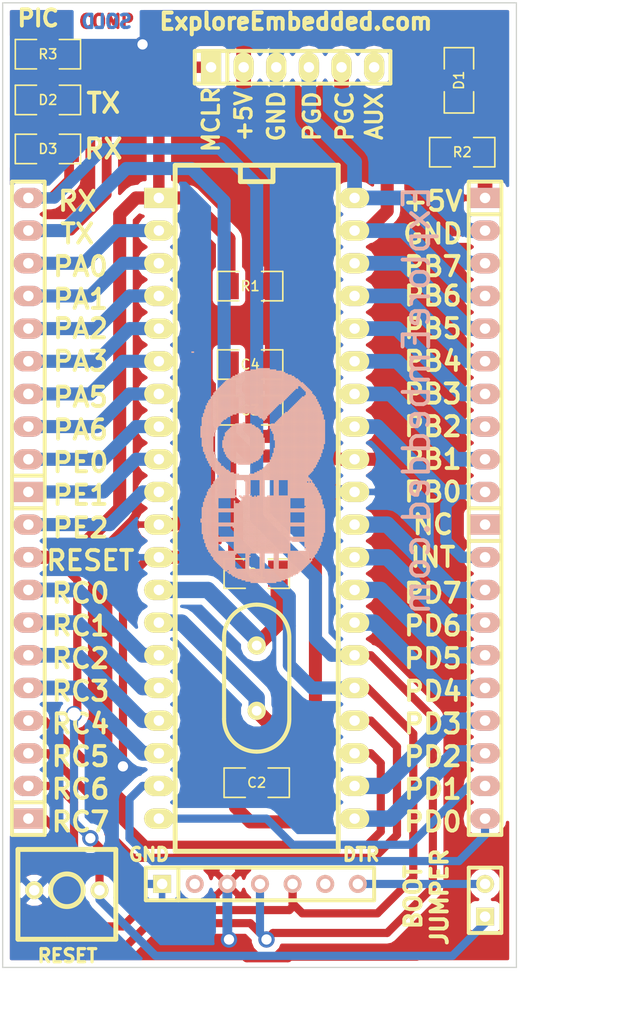
<source format=kicad_pcb>
(kicad_pcb (version 4) (host pcbnew "(2015-01-16 BZR 5376)-product")
  (layers (0 F.Cu signal) (31 B.Cu signal) (34 B.Paste user) (35 F.Paste user) (36 B.SilkS user) (37 F.SilkS user) (38 B.Mask user) (39 F.Mask user) (44 Edge.Cuts user))
  (net 0 "")
  (net 1 /+5V)
  (net 2 /D6/PGC)
  (net 3 /D7/PGD)
  (net 4 /INT)
  (net 5 /MCLR)
  (net 6 /PE2)
  (net 7 /RX)
  (net 8 /TX)
  (net 9 GND)
  (net 10 N-000001)
  (net 11 N-0000010)
  (net 12 N-0000011)
  (net 13 N-0000012)
  (net 14 N-0000014)
  (net 15 N-0000015)
  (net 16 N-0000016)
  (net 17 N-0000017)
  (net 18 N-0000018)
  (net 19 N-000002)
  (net 20 N-0000020)
  (net 21 N-0000025)
  (net 22 N-0000026)
  (net 23 N-0000028)
  (net 24 N-0000029)
  (net 25 N-000003)
  (net 26 N-0000030)
  (net 27 N-0000031)
  (net 28 N-0000032)
  (net 29 N-0000033)
  (net 30 N-0000036)
  (net 31 N-0000037)
  (net 32 N-0000038)
  (net 33 N-0000039)
  (net 34 N-0000040)
  (net 35 N-0000041)
  (net 36 N-0000042)
  (net 37 N-0000043)
  (net 38 N-000006)
  (net 39 N-000007)
  (net 40 N-000008)
  (net 41 N-000009)
  (module SM1206 (layer F.Cu) (at 207.772 97.028)
    (fp_text reference R1 (at 0 0) (layer F.SilkS) (effects (font (size 0.762 0.762) (thickness 0.127))))
    (fp_text value 10K hide)
    (pad 1 smd rect (at -1.651 0) (size 1.524 2.032) (layers F.Cu F.Paste F.Mask) (net 5 /MCLR))
    (pad 2 smd rect (at 1.651 0) (size 1.524 2.032) (layers F.Cu F.Paste F.Mask) (net 1 /+5V))
  )
  (module SM1206 (layer F.Cu) (at 208.28 119.38)
    (fp_text reference C1 (at 0 0) (layer F.SilkS) (effects (font (size 0.762 0.762) (thickness 0.127))))
    (fp_text value 22pF hide)
    (pad 1 smd rect (at -1.651 0) (size 1.524 2.032) (layers F.Cu F.Paste F.Mask) (net 9 GND))
    (pad 2 smd rect (at 1.651 0) (size 1.524 2.032) (layers F.Cu F.Paste F.Mask) (net 30 N-0000036))
  )
  (module SM1206 (layer F.Cu) (at 208.28 135.636)
    (fp_text reference C2 (at 0 0) (layer F.SilkS) (effects (font (size 0.762 0.762) (thickness 0.127))))
    (fp_text value 22pF hide)
    (pad 1 smd rect (at -1.651 0) (size 1.524 2.032) (layers F.Cu F.Paste F.Mask) (net 9 GND))
    (pad 2 smd rect (at 1.651 0) (size 1.524 2.032) (layers F.Cu F.Paste F.Mask) (net 31 N-0000037))
  )
  (module SM1206 (layer F.Cu) (at 207.772 106.68)
    (fp_text reference C3 (at 0 0) (layer F.SilkS) (effects (font (size 0.762 0.762) (thickness 0.127))))
    (fp_text value 0.1uF hide)
    (pad 1 smd rect (at -1.651 0) (size 1.524 2.032) (layers F.Cu F.Paste F.Mask) (net 9 GND))
    (pad 2 smd rect (at 1.651 0) (size 1.524 2.032) (layers F.Cu F.Paste F.Mask) (net 1 /+5V))
  )
  (module SM1206 (layer F.Cu) (at 207.772 103.124)
    (fp_text reference C4 (at 0 0) (layer F.SilkS) (effects (font (size 0.762 0.762) (thickness 0.127))))
    (fp_text value 0.1uF hide)
    (pad 1 smd rect (at -1.651 0) (size 1.524 2.032) (layers F.Cu F.Paste F.Mask) (net 9 GND))
    (pad 2 smd rect (at 1.651 0) (size 1.524 2.032) (layers F.Cu F.Paste F.Mask) (net 1 /+5V))
  )
  (module SIL-6 (layer F.Cu) (at 211.074 80.01)
    (fp_text reference P6 hide)
    (fp_text value ICSP hide)
    (pad 1 thru_hole rect (at -6.35 0) (size 1.5748 2.286) (drill 0.8128) (layers *.Cu *.Mask F.SilkS) (net 5 /MCLR))
    (pad 2 thru_hole oval (at -3.81 0) (size 1.5748 2.286) (drill 0.8128) (layers *.Cu *.Mask F.SilkS) (net 1 /+5V))
    (pad 3 thru_hole oval (at -1.27 0) (size 1.5748 2.286) (drill 0.8128) (layers *.Cu *.Mask F.SilkS) (net 9 GND))
    (pad 4 thru_hole oval (at 1.27 0) (size 1.5748 2.286) (drill 0.8128) (layers *.Cu *.Mask F.SilkS) (net 3 /D7/PGD))
    (pad 5 thru_hole oval (at 3.81 0) (size 1.5748 2.286) (drill 0.8128) (layers *.Cu *.Mask F.SilkS) (net 2 /D6/PGC))
    (pad 6 thru_hole oval (at 6.35 0) (size 1.5748 2.286) (drill 0.8128) (layers *.Cu *.Mask F.SilkS))
  )
  (module SIL-10 (layer F.Cu) (at 190.5 101.6 90)
    (fp_text reference P1 hide)
    (fp_text value CONN_10 hide)
    (pad 1 thru_hole rect (at -11.43 0 90) (size 1.5748 2.286) (drill 0.8128) (layers *.Cu *.Mask B.SilkS) (net 32 N-0000038))
    (pad 2 thru_hole oval (at -8.89 0 90) (size 1.5748 2.286) (drill 0.8128) (layers *.Cu *.Mask B.SilkS) (net 33 N-0000039))
    (pad 3 thru_hole oval (at -6.35 0 90) (size 1.5748 2.286) (drill 0.8128) (layers *.Cu *.Mask B.SilkS) (net 37 N-0000043))
    (pad 4 thru_hole oval (at -3.81 0 90) (size 1.5748 2.286) (drill 0.8128) (layers *.Cu *.Mask B.SilkS) (net 34 N-0000040))
    (pad 5 thru_hole oval (at -1.27 0 90) (size 1.5748 2.286) (drill 0.8128) (layers *.Cu *.Mask B.SilkS) (net 35 N-0000041))
    (pad 6 thru_hole oval (at 1.27 0 90) (size 1.5748 2.286) (drill 0.8128) (layers *.Cu *.Mask B.SilkS) (net 15 N-0000015))
    (pad 7 thru_hole oval (at 3.81 0 90) (size 1.5748 2.286) (drill 0.8128) (layers *.Cu *.Mask B.SilkS) (net 14 N-0000014))
    (pad 8 thru_hole oval (at 6.35 0 90) (size 1.5748 2.286) (drill 0.8128) (layers *.Cu *.Mask B.SilkS) (net 36 N-0000042))
    (pad 9 thru_hole oval (at 8.89 0 90) (size 1.5748 2.286) (drill 0.8128) (layers *.Cu *.Mask B.SilkS) (net 8 /TX))
    (pad 10 thru_hole oval (at 11.43 0 90) (size 1.5748 2.286) (drill 0.8128) (layers *.Cu *.Mask B.SilkS) (net 7 /RX))
  )
  (module SIL-10 (layer F.Cu) (at 190.5 127 90)
    (fp_text reference P2 hide)
    (fp_text value CONN_10 hide)
    (pad 1 thru_hole rect (at -11.43 0 90) (size 1.5748 2.286) (drill 0.8128) (layers *.Cu *.Mask B.SilkS) (net 7 /RX))
    (pad 2 thru_hole oval (at -8.89 0 90) (size 1.5748 2.286) (drill 0.8128) (layers *.Cu *.Mask B.SilkS) (net 8 /TX))
    (pad 3 thru_hole oval (at -6.35 0 90) (size 1.5748 2.286) (drill 0.8128) (layers *.Cu *.Mask B.SilkS) (net 39 N-000007))
    (pad 4 thru_hole oval (at -3.81 0 90) (size 1.5748 2.286) (drill 0.8128) (layers *.Cu *.Mask B.SilkS) (net 40 N-000008))
    (pad 5 thru_hole oval (at -1.27 0 90) (size 1.5748 2.286) (drill 0.8128) (layers *.Cu *.Mask B.SilkS) (net 16 N-0000016))
    (pad 6 thru_hole oval (at 1.27 0 90) (size 1.5748 2.286) (drill 0.8128) (layers *.Cu *.Mask B.SilkS) (net 17 N-0000017))
    (pad 7 thru_hole oval (at 3.81 0 90) (size 1.5748 2.286) (drill 0.8128) (layers *.Cu *.Mask B.SilkS) (net 18 N-0000018))
    (pad 8 thru_hole oval (at 6.35 0 90) (size 1.5748 2.286) (drill 0.8128) (layers *.Cu *.Mask B.SilkS) (net 20 N-0000020))
    (pad 9 thru_hole oval (at 8.89 0 90) (size 1.5748 2.286) (drill 0.8128) (layers *.Cu *.Mask B.SilkS) (net 5 /MCLR))
    (pad 10 thru_hole oval (at 11.43 0 90) (size 1.5748 2.286) (drill 0.8128) (layers *.Cu *.Mask B.SilkS) (net 6 /PE2))
  )
  (module SIL-10 (layer F.Cu) (at 226.06 127 270)
    (fp_text reference P4 hide)
    (fp_text value CONN_10 hide)
    (pad 1 thru_hole rect (at -11.43 0 270) (size 1.5748 2.286) (drill 0.8128) (layers *.Cu *.Mask B.SilkS))
    (pad 2 thru_hole oval (at -8.89 0 270) (size 1.5748 2.286) (drill 0.8128) (layers *.Cu *.Mask B.SilkS) (net 4 /INT))
    (pad 3 thru_hole oval (at -6.35 0 270) (size 1.5748 2.286) (drill 0.8128) (layers *.Cu *.Mask B.SilkS) (net 25 N-000003))
    (pad 4 thru_hole oval (at -3.81 0 270) (size 1.5748 2.286) (drill 0.8128) (layers *.Cu *.Mask B.SilkS) (net 19 N-000002))
    (pad 5 thru_hole oval (at -1.27 0 270) (size 1.5748 2.286) (drill 0.8128) (layers *.Cu *.Mask B.SilkS) (net 10 N-000001))
    (pad 6 thru_hole oval (at 1.27 0 270) (size 1.5748 2.286) (drill 0.8128) (layers *.Cu *.Mask B.SilkS) (net 38 N-000006))
    (pad 7 thru_hole oval (at 3.81 0 270) (size 1.5748 2.286) (drill 0.8128) (layers *.Cu *.Mask B.SilkS) (net 13 N-0000012))
    (pad 8 thru_hole oval (at 6.35 0 270) (size 1.5748 2.286) (drill 0.8128) (layers *.Cu *.Mask B.SilkS) (net 12 N-0000011))
    (pad 9 thru_hole oval (at 8.89 0 270) (size 1.5748 2.286) (drill 0.8128) (layers *.Cu *.Mask B.SilkS) (net 11 N-0000010))
    (pad 10 thru_hole oval (at 11.43 0 270) (size 1.5748 2.286) (drill 0.8128) (layers *.Cu *.Mask B.SilkS) (net 41 N-000009))
  )
  (module SIL-10 (layer F.Cu) (at 226.06 101.6 270)
    (fp_text reference P3 hide)
    (fp_text value CONN_10 hide)
    (pad 1 thru_hole rect (at -11.43 0 270) (size 1.5748 2.286) (drill 0.8128) (layers *.Cu *.Mask B.SilkS) (net 1 /+5V))
    (pad 2 thru_hole oval (at -8.89 0 270) (size 1.5748 2.286) (drill 0.8128) (layers *.Cu *.Mask B.SilkS) (net 9 GND))
    (pad 3 thru_hole oval (at -6.35 0 270) (size 1.5748 2.286) (drill 0.8128) (layers *.Cu *.Mask B.SilkS) (net 3 /D7/PGD))
    (pad 4 thru_hole oval (at -3.81 0 270) (size 1.5748 2.286) (drill 0.8128) (layers *.Cu *.Mask B.SilkS) (net 2 /D6/PGC))
    (pad 5 thru_hole oval (at -1.27 0 270) (size 1.5748 2.286) (drill 0.8128) (layers *.Cu *.Mask B.SilkS) (net 24 N-0000029))
    (pad 6 thru_hole oval (at 1.27 0 270) (size 1.5748 2.286) (drill 0.8128) (layers *.Cu *.Mask B.SilkS) (net 26 N-0000030))
    (pad 7 thru_hole oval (at 3.81 0 270) (size 1.5748 2.286) (drill 0.8128) (layers *.Cu *.Mask B.SilkS) (net 27 N-0000031))
    (pad 8 thru_hole oval (at 6.35 0 270) (size 1.5748 2.286) (drill 0.8128) (layers *.Cu *.Mask B.SilkS) (net 28 N-0000032))
    (pad 9 thru_hole oval (at 8.89 0 270) (size 1.5748 2.286) (drill 0.8128) (layers *.Cu *.Mask B.SilkS) (net 23 N-0000028))
    (pad 10 thru_hole oval (at 11.43 0 270) (size 1.5748 2.286) (drill 0.8128) (layers *.Cu *.Mask B.SilkS) (net 4 /INT))
  )
  (module HC-49V (layer F.Cu) (at 208.28 127.508 90)
    (fp_text reference X1 hide)
    (fp_text value 20Mhz hide)
    (pad 1 thru_hole circle (at -2.54 0 90) (size 1.4224 1.4224) (drill 0.762) (layers *.Cu *.Mask F.SilkS) (net 31 N-0000037))
    (pad 2 thru_hole circle (at 2.54 0 90) (size 1.4224 1.4224) (drill 0.762) (layers *.Cu *.Mask F.SilkS) (net 30 N-0000036))
  )
  (module DIP-40__600_ELL (layer F.Cu) (at 208.28 114.3 270)
    (fp_text reference U1 hide)
    (fp_text value 16F877A hide)
    (pad 1 thru_hole rect (at -24.13 7.62 270) (size 1.5748 2.286) (drill 0.8128) (layers *.Cu *.Mask F.SilkS) (net 5 /MCLR))
    (pad 2 thru_hole oval (at -21.59 7.62 270) (size 1.5748 2.286) (drill 0.8128) (layers *.Cu *.Mask F.SilkS) (net 36 N-0000042))
    (pad 3 thru_hole oval (at -19.05 7.62 270) (size 1.5748 2.286) (drill 0.8128) (layers *.Cu *.Mask F.SilkS) (net 14 N-0000014))
    (pad 4 thru_hole oval (at -16.51 7.62 270) (size 1.5748 2.286) (drill 0.8128) (layers *.Cu *.Mask F.SilkS) (net 15 N-0000015))
    (pad 5 thru_hole oval (at -13.97 7.62 270) (size 1.5748 2.286) (drill 0.8128) (layers *.Cu *.Mask F.SilkS) (net 35 N-0000041))
    (pad 6 thru_hole oval (at -11.43 7.62 270) (size 1.5748 2.286) (drill 0.8128) (layers *.Cu *.Mask F.SilkS) (net 34 N-0000040))
    (pad 7 thru_hole oval (at -8.89 7.62 270) (size 1.5748 2.286) (drill 0.8128) (layers *.Cu *.Mask F.SilkS) (net 37 N-0000043))
    (pad 8 thru_hole oval (at -6.35 7.62 270) (size 1.5748 2.286) (drill 0.8128) (layers *.Cu *.Mask F.SilkS) (net 33 N-0000039))
    (pad 9 thru_hole oval (at -3.81 7.62 270) (size 1.5748 2.286) (drill 0.8128) (layers *.Cu *.Mask F.SilkS) (net 32 N-0000038))
    (pad 10 thru_hole oval (at -1.27 7.62 270) (size 1.5748 2.286) (drill 0.8128) (layers *.Cu *.Mask F.SilkS) (net 6 /PE2))
    (pad 11 thru_hole oval (at 1.27 7.62 270) (size 1.5748 2.286) (drill 0.8128) (layers *.Cu *.Mask F.SilkS) (net 1 /+5V))
    (pad 12 thru_hole oval (at 3.81 7.62 270) (size 1.5748 2.286) (drill 0.8128) (layers *.Cu *.Mask F.SilkS) (net 9 GND))
    (pad 13 thru_hole oval (at 6.35 7.62 270) (size 1.5748 2.286) (drill 0.8128) (layers *.Cu *.Mask F.SilkS) (net 30 N-0000036))
    (pad 14 thru_hole oval (at 8.89 7.62 270) (size 1.5748 2.286) (drill 0.8128) (layers *.Cu *.Mask F.SilkS) (net 31 N-0000037))
    (pad 15 thru_hole oval (at 11.43 7.62 270) (size 1.5748 2.286) (drill 0.8128) (layers *.Cu *.Mask F.SilkS) (net 20 N-0000020))
    (pad 16 thru_hole oval (at 13.97 7.62 270) (size 1.5748 2.286) (drill 0.8128) (layers *.Cu *.Mask F.SilkS) (net 18 N-0000018))
    (pad 17 thru_hole oval (at 16.51 7.62 270) (size 1.5748 2.286) (drill 0.8128) (layers *.Cu *.Mask F.SilkS) (net 17 N-0000017))
    (pad 18 thru_hole oval (at 19.05 7.62 270) (size 1.5748 2.286) (drill 0.8128) (layers *.Cu *.Mask F.SilkS) (net 16 N-0000016))
    (pad 19 thru_hole oval (at 21.59 7.62 270) (size 1.5748 2.286) (drill 0.8128) (layers *.Cu *.Mask F.SilkS) (net 41 N-000009))
    (pad 20 thru_hole oval (at 24.13 7.62 270) (size 1.5748 2.286) (drill 0.8128) (layers *.Cu *.Mask F.SilkS) (net 11 N-0000010))
    (pad 21 thru_hole oval (at 24.13 -7.62 270) (size 1.5748 2.286) (drill 0.8128) (layers *.Cu *.Mask F.SilkS) (net 12 N-0000011))
    (pad 22 thru_hole oval (at 21.59 -7.62 270) (size 1.5748 2.286) (drill 0.8128) (layers *.Cu *.Mask F.SilkS) (net 13 N-0000012))
    (pad 23 thru_hole oval (at 19.05 -7.62 270) (size 1.5748 2.286) (drill 0.8128) (layers *.Cu *.Mask F.SilkS) (net 40 N-000008))
    (pad 24 thru_hole oval (at 16.51 -7.62 270) (size 1.5748 2.286) (drill 0.8128) (layers *.Cu *.Mask F.SilkS) (net 39 N-000007))
    (pad 25 thru_hole oval (at 13.97 -7.62 270) (size 1.5748 2.286) (drill 0.8128) (layers *.Cu *.Mask F.SilkS) (net 8 /TX))
    (pad 26 thru_hole oval (at 11.43 -7.62 270) (size 1.5748 2.286) (drill 0.8128) (layers *.Cu *.Mask F.SilkS) (net 7 /RX))
    (pad 27 thru_hole oval (at 8.89 -7.62 270) (size 1.5748 2.286) (drill 0.8128) (layers *.Cu *.Mask F.SilkS) (net 38 N-000006))
    (pad 28 thru_hole oval (at 6.35 -7.62 270) (size 1.5748 2.286) (drill 0.8128) (layers *.Cu *.Mask F.SilkS) (net 10 N-000001))
    (pad 29 thru_hole oval (at 3.81 -7.62 270) (size 1.5748 2.286) (drill 0.8128) (layers *.Cu *.Mask F.SilkS) (net 19 N-000002))
    (pad 30 thru_hole oval (at 1.27 -7.62 270) (size 1.5748 2.286) (drill 0.8128) (layers *.Cu *.Mask F.SilkS) (net 25 N-000003))
    (pad 31 thru_hole oval (at -1.27 -7.62 270) (size 1.5748 2.286) (drill 0.8128) (layers *.Cu *.Mask F.SilkS) (net 9 GND))
    (pad 32 thru_hole oval (at -3.81 -7.62 270) (size 1.5748 2.286) (drill 0.8128) (layers *.Cu *.Mask F.SilkS) (net 1 /+5V))
    (pad 33 thru_hole oval (at -6.35 -7.62 270) (size 1.5748 2.286) (drill 0.8128) (layers *.Cu *.Mask F.SilkS) (net 4 /INT))
    (pad 34 thru_hole oval (at -8.89 -7.62 270) (size 1.5748 2.286) (drill 0.8128) (layers *.Cu *.Mask F.SilkS) (net 23 N-0000028))
    (pad 35 thru_hole oval (at -11.43 -7.62 270) (size 1.5748 2.286) (drill 0.8128) (layers *.Cu *.Mask F.SilkS) (net 28 N-0000032))
    (pad 36 thru_hole oval (at -13.97 -7.62 270) (size 1.5748 2.286) (drill 0.8128) (layers *.Cu *.Mask F.SilkS) (net 27 N-0000031))
    (pad 37 thru_hole oval (at -16.51 -7.62 270) (size 1.5748 2.286) (drill 0.8128) (layers *.Cu *.Mask F.SilkS) (net 26 N-0000030))
    (pad 38 thru_hole oval (at -19.05 -7.62 270) (size 1.5748 2.286) (drill 0.8128) (layers *.Cu *.Mask F.SilkS) (net 24 N-0000029))
    (pad 39 thru_hole oval (at -21.59 -7.62 270) (size 1.5748 2.286) (drill 0.8128) (layers *.Cu *.Mask F.SilkS) (net 2 /D6/PGC))
    (pad 40 thru_hole oval (at -24.13 -7.62 270) (size 1.5748 2.286) (drill 0.8128) (layers *.Cu *.Mask F.SilkS) (net 3 /D7/PGD))
  )
  (module SM1206 (layer F.Cu) (at 224.282 86.614 180)
    (fp_text reference R2 (at 0 0 180) (layer F.SilkS) (effects (font (size 0.762 0.762) (thickness 0.127))))
    (fp_text value R hide)
    (pad 1 smd rect (at -1.651 0 180) (size 1.524 2.032) (layers F.Cu F.Paste F.Mask) (net 1 /+5V))
    (pad 2 smd rect (at 1.651 0 180) (size 1.524 2.032) (layers F.Cu F.Paste F.Mask) (net 29 N-0000033))
  )
  (module SM1206 (layer F.Cu) (at 224.028 81.026 90)
    (fp_text reference D1 (at 0 0 90) (layer F.SilkS) (effects (font (size 0.762 0.762) (thickness 0.127))))
    (fp_text value LED hide)
    (pad 1 smd rect (at -1.651 0 90) (size 1.524 2.032) (layers F.Cu F.Paste F.Mask) (net 29 N-0000033))
    (pad 2 smd rect (at 1.651 0 90) (size 1.524 2.032) (layers F.Cu F.Paste F.Mask) (net 9 GND))
  )
  (module SM1206 (layer F.Cu) (at 192.024 82.55 180)
    (fp_text reference D2 (at 0 0 180) (layer F.SilkS) (effects (font (size 0.762 0.762) (thickness 0.127))))
    (fp_text value LED hide)
    (pad 1 smd rect (at -1.651 0 180) (size 1.524 2.032) (layers F.Cu F.Paste F.Mask) (net 8 /TX))
    (pad 2 smd rect (at 1.651 0 180) (size 1.524 2.032) (layers F.Cu F.Paste F.Mask) (net 21 N-0000025))
  )
  (module SM1206 (layer F.Cu) (at 192.024 86.36 180)
    (fp_text reference D3 (at 0 0 180) (layer F.SilkS) (effects (font (size 0.762 0.762) (thickness 0.127))))
    (fp_text value LED hide)
    (pad 1 smd rect (at -1.651 0 180) (size 1.524 2.032) (layers F.Cu F.Paste F.Mask) (net 7 /RX))
    (pad 2 smd rect (at 1.651 0 180) (size 1.524 2.032) (layers F.Cu F.Paste F.Mask) (net 21 N-0000025))
  )
  (module SM1206 (layer F.Cu) (at 192.024 78.994)
    (fp_text reference R3 (at 0 0) (layer F.SilkS) (effects (font (size 0.762 0.762) (thickness 0.127))))
    (fp_text value R hide)
    (pad 1 smd rect (at -1.651 0) (size 1.524 2.032) (layers F.Cu F.Paste F.Mask) (net 21 N-0000025))
    (pad 2 smd rect (at 1.651 0) (size 1.524 2.032) (layers F.Cu F.Paste F.Mask) (net 9 GND))
  )
  (module SIL-7 (layer F.Cu) (at 208.534 143.51)
    (fp_text reference P5 hide)
    (fp_text value CONN_7 hide)
    (pad 1 thru_hole rect (at -7.62 0) (size 1.397 1.397) (drill 0.8128) (layers *.Cu *.Mask F.SilkS) (net 9 GND))
    (pad 2 thru_hole circle (at -5.08 0) (size 1.397 1.397) (drill 0.8128) (layers *.Cu *.SilkS *.Mask))
    (pad 3 thru_hole circle (at -2.54 0) (size 1.397 1.397) (drill 0.8128) (layers *.Cu *.SilkS *.Mask) (net 1 /+5V))
    (pad 4 thru_hole circle (at 0 0) (size 1.397 1.397) (drill 0.8128) (layers *.Cu *.SilkS *.Mask) (net 7 /RX))
    (pad 5 thru_hole circle (at 2.54 0) (size 1.397 1.397) (drill 0.8128) (layers *.Cu *.SilkS *.Mask) (net 8 /TX))
    (pad 6 thru_hole circle (at 5.08 0) (size 1.397 1.397) (drill 0.8128) (layers *.Cu *.SilkS *.Mask))
    (pad 7 thru_hole circle (at 7.62 0) (size 1.397 1.397) (drill 0.8128) (layers *.Cu *.SilkS *.Mask) (net 22 N-0000026))
  )
  (module SIL-2 (layer F.Cu) (at 226.06 144.78 90)
    (fp_text reference JP1 hide)
    (fp_text value JUMPER hide)
    (pad 1 thru_hole rect (at -1.27 0 90) (size 1.397 1.397) (drill 0.8128) (layers *.Cu *.Mask F.SilkS) (net 5 /MCLR))
    (pad 2 thru_hole circle (at 1.27 0 90) (size 1.397 1.397) (drill 0.8128) (layers *.Cu *.Mask F.SilkS) (net 22 N-0000026))
  )
  (module SW_PUSH_SMALL_2pin_xl (layer F.Cu) (at 193.5 144 180)
    (fp_text reference SW1 hide)
    (fp_text value rst hide)
    (pad 1 thru_hole circle (at -2.54 0 180) (size 1.397 1.397) (drill 0.8128) (layers *.Cu *.Mask F.SilkS) (net 5 /MCLR))
    (pad 2 thru_hole circle (at 2.54 0 180) (size 1.397 1.397) (drill 0.8128) (layers *.Cu *.Mask F.SilkS) (net 9 GND))
  )
  (module "logo:EE_LOGO(2)" (layer B.Cu) (at 203.2 102.108 270)
    (fp_text reference EE_LOGO hide)
    (fp_text value "" (at 0 0 270) (layer B.SilkS) (effects (justify mirror)))
  )
  (gr_text ExploreEmbedded.com (at 220.726 105.918 90) (layer B.SilkS) (effects (font (size 2 2) (thickness 0.3)) (justify mirror)))
  (gr_text SOLD (at 196.596 76.454) (layer B.Cu) (effects (font (size 1.016 1.016) (thickness 0.254)) (justify mirror)))
  (gr_text COMP (at 196.596 76.454) (layer F.Cu) (effects (font (size 1.016 1.016) (thickness 0.254))))
  (gr_text "BOOT\nJUMPER" (at 221.488 144.526 90) (layer F.SilkS) (effects (font (size 1.27 1.27) (thickness 0.3))))
  (gr_text DTR (at 216.408 141.224) (layer F.SilkS) (effects (font (size 1.016 1.016) (thickness 0.254))))
  (gr_text GND (at 199.898 141.224) (layer F.SilkS) (effects (font (size 1.016 1.016) (thickness 0.254))))
  (gr_text TX (at 196.342 82.804) (layer F.SilkS) (effects (font (size 1.5 1.5) (thickness 0.3))))
  (gr_line (start 228.5 150) (end 188.5 150) (angle 90) (layer Edge.Cuts) (width 0.1))
  (gr_line (start 228.5 75) (end 228.5 150) (angle 90) (layer Edge.Cuts) (width 0.1))
  (gr_line (start 188.5 75) (end 188.5 150) (angle 90) (layer Edge.Cuts) (width 0.1))
  (gr_line (start 188.5 75) (end 228.5 75) (angle 90) (layer Edge.Cuts) (width 0.1))
  (gr_text PIC (at 191.262 76.2) (layer F.SilkS) (effects (font (size 1.27 1.27) (thickness 0.3))))
  (gr_text RX (at 196.342 86.36) (layer F.SilkS) (effects (font (size 1.5 1.5) (thickness 0.3))))
  (gr_text ExploreEmbedded.com (at 211.328 76.454) (layer F.SilkS) (effects (font (size 1.27 1.27) (thickness 0.3175))))
  (gr_text INT (at 221.996 118.11) (layer F.SilkS) (effects (font (size 1.5 1.5) (thickness 0.3))))
  (gr_text NC (at 221.996 115.57) (layer F.SilkS) (effects (font (size 1.5 1.5) (thickness 0.3))))
  (gr_text +5V (at 221.996 90.424) (layer F.SilkS) (effects (font (size 1.5 1.5) (thickness 0.3))))
  (gr_text GND (at 221.996 92.964) (layer F.SilkS) (effects (font (size 1.5 1.5) (thickness 0.3))))
  (gr_text PB0 (at 221.996 113.03) (layer F.SilkS) (effects (font (size 1.5 1.5) (thickness 0.3))))
  (gr_text PB1 (at 221.996 110.49) (layer F.SilkS) (effects (font (size 1.5 1.5) (thickness 0.3))))
  (gr_text PB2 (at 221.996 107.95) (layer F.SilkS) (effects (font (size 1.5 1.5) (thickness 0.3))))
  (gr_text PB3 (at 221.996 105.41) (layer F.SilkS) (effects (font (size 1.5 1.5) (thickness 0.3))))
  (gr_text PB4 (at 221.996 102.87) (layer F.SilkS) (effects (font (size 1.5 1.5) (thickness 0.3))))
  (gr_text PB5 (at 221.996 100.33) (layer F.SilkS) (effects (font (size 1.5 1.5) (thickness 0.3))))
  (gr_text PB6 (at 221.996 97.79) (layer F.SilkS) (effects (font (size 1.5 1.5) (thickness 0.3))))
  (gr_text PB7 (at 221.996 95.504) (layer F.SilkS) (effects (font (size 1.5 1.5) (thickness 0.3))))
  (gr_text PD0 (at 221.996 138.684) (layer F.SilkS) (effects (font (size 1.5 1.5) (thickness 0.3))))
  (gr_text PD1 (at 221.996 136.144) (layer F.SilkS) (effects (font (size 1.5 1.5) (thickness 0.3))))
  (gr_text PD2 (at 221.996 133.604) (layer F.SilkS) (effects (font (size 1.5 1.5) (thickness 0.3))))
  (gr_text PD3 (at 221.996 131.064) (layer F.SilkS) (effects (font (size 1.5 1.5) (thickness 0.3))))
  (gr_text PD4 (at 221.996 128.524) (layer F.SilkS) (effects (font (size 1.5 1.5) (thickness 0.3))))
  (gr_text PD5 (at 221.996 125.984) (layer F.SilkS) (effects (font (size 1.5 1.5) (thickness 0.3))))
  (gr_text PD6 (at 221.996 123.444) (layer F.SilkS) (effects (font (size 1.5 1.5) (thickness 0.3))))
  (gr_text PD7 (at 221.996 120.904) (layer F.SilkS) (effects (font (size 1.5 1.5) (thickness 0.3))))
  (gr_text RESET (at 195.326 118.364) (layer F.SilkS) (effects (font (size 1.5 1.5) (thickness 0.3))))
  (gr_text RC7 (at 194.564 138.684) (layer F.SilkS) (effects (font (size 1.5 1.5) (thickness 0.3))))
  (gr_text RC6 (at 194.564 136.144) (layer F.SilkS) (effects (font (size 1.5 1.5) (thickness 0.3))))
  (gr_text RC5 (at 194.564 133.604) (layer F.SilkS) (effects (font (size 1.5 1.5) (thickness 0.3))))
  (gr_text RC4 (at 194.564 131.064) (layer F.SilkS) (effects (font (size 1.5 1.5) (thickness 0.3))))
  (gr_text RC3 (at 194.564 128.524) (layer F.SilkS) (effects (font (size 1.5 1.5) (thickness 0.3))))
  (gr_text RC2 (at 194.564 125.984) (layer F.SilkS) (effects (font (size 1.5 1.5) (thickness 0.3))))
  (gr_text RC1 (at 194.564 123.444) (layer F.SilkS) (effects (font (size 1.5 1.5) (thickness 0.3))))
  (gr_text RC0 (at 194.564 120.904) (layer F.SilkS) (effects (font (size 1.5 1.5) (thickness 0.3))))
  (gr_text PE2 (at 194.564 115.824) (layer F.SilkS) (effects (font (size 1.5 1.5) (thickness 0.3))))
  (gr_text PE1 (at 194.564 113.284) (layer F.SilkS) (effects (font (size 1.5 1.5) (thickness 0.3))))
  (gr_text PE0 (at 194.564 110.744) (layer F.SilkS) (effects (font (size 1.5 1.5) (thickness 0.3))))
  (gr_text "PA6\n" (at 194.564 108.204) (layer F.SilkS) (effects (font (size 1.5 1.5) (thickness 0.3))))
  (gr_text PA5 (at 194.564 105.664) (layer F.SilkS) (effects (font (size 1.5 1.5) (thickness 0.3))))
  (gr_text PA3 (at 194.564 102.87) (layer F.SilkS) (effects (font (size 1.5 1.5) (thickness 0.3))))
  (gr_text "PA2\n" (at 194.564 100.33) (layer F.SilkS) (effects (font (size 1.5 1.5) (thickness 0.3))))
  (gr_text PA1 (at 194.564 98.044) (layer F.SilkS) (effects (font (size 1.5 1.5) (thickness 0.3))))
  (gr_text PA0 (at 194.564 95.504) (layer F.SilkS) (effects (font (size 1.5 1.5) (thickness 0.3))))
  (gr_text AUX (at 217.424 83.82 90) (layer F.SilkS) (effects (font (size 1.27 1.27) (thickness 0.254))))
  (gr_text PGC (at 215.138 83.82 90) (layer F.SilkS) (effects (font (size 1.27 1.27) (thickness 0.254))))
  (gr_text PGD (at 212.598 83.82 90) (layer F.SilkS) (effects (font (size 1.27 1.27) (thickness 0.254))))
  (gr_text GND (at 209.804 83.82 90) (layer F.SilkS) (effects (font (size 1.27 1.27) (thickness 0.254))))
  (gr_text +5V (at 207.264 83.82 90) (layer F.SilkS) (effects (font (size 1.27 1.27) (thickness 0.254))))
  (gr_text MCLR (at 204.724 84.074 90) (layer F.SilkS) (effects (font (size 1.27 1.27) (thickness 0.254))))
  (gr_text RESET (at 193.548 149.098) (layer F.SilkS) (effects (font (size 1.016 1.016) (thickness 0.254))))
  (gr_text TX (at 194.31 92.964) (layer F.SilkS) (effects (font (size 1.5 1.5) (thickness 0.3))))
  (gr_text RX (at 194.31 90.424) (layer F.SilkS) (effects (font (size 1.5 1.5) (thickness 0.3))))
  (segment (start 207.01 79.756) (end 207.01 80.01) (width 1.016) (layer F.Cu) (net 1))
  (segment (start 209.423 103.124) (end 209.423 106.68) (width 1.016) (layer F.Cu) (net 1))
  (segment (start 210.82 106.68) (end 214.63 110.49) (width 1.016) (layer F.Cu) (net 1))
  (segment (start 214.63 110.49) (end 215.9 110.49) (width 1.016) (layer F.Cu) (net 1))
  (segment (start 209.423 106.68) (end 210.82 106.68) (width 1.016) (layer F.Cu) (net 1))
  (segment (start 201.93 115.57) (end 203.708 113.792) (width 1.016) (layer F.Cu) (net 1))
  (segment (start 203.708 102.616) (end 203.708 101.6) (width 1.016) (layer F.Cu) (net 1))
  (segment (start 203.708 113.792) (end 203.708 102.616) (width 1.016) (layer F.Cu) (net 1))
  (segment (start 200.66 115.57) (end 201.93 115.57) (width 1.016) (layer F.Cu) (net 1))
  (segment (start 209.423 103.124) (end 209.423 97.028) (width 1.016) (layer F.Cu) (net 1))
  (segment (start 203.708 101.092) (end 204.724 100.076) (width 1.016) (layer F.Cu) (net 1))
  (segment (start 204.724 100.076) (end 207.772 100.076) (width 1.016) (layer F.Cu) (net 1))
  (segment (start 207.772 100.076) (end 209.423 98.425) (width 1.016) (layer F.Cu) (net 1))
  (segment (start 209.423 98.425) (end 209.423 97.028) (width 1.016) (layer F.Cu) (net 1))
  (segment (start 203.708 102.616) (end 203.708 101.092) (width 1.016) (layer F.Cu) (net 1))
  (segment (start 226.06 86.741) (end 225.933 86.614) (width 1.143) (layer F.Cu) (net 1))
  (segment (start 226.06 90.17) (end 226.06 86.741) (width 1.143) (layer F.Cu) (net 1))
  (segment (start 225.552 77.216) (end 227.076 78.74) (width 1.016) (layer F.Cu) (net 1))
  (segment (start 227.076 78.74) (end 227.076 85.471) (width 1.016) (layer F.Cu) (net 1))
  (segment (start 227.076 85.471) (end 225.933 86.614) (width 1.016) (layer F.Cu) (net 1))
  (segment (start 211.836 77.216) (end 221.488 77.216) (width 1.016) (layer F.Cu) (net 1))
  (segment (start 211.328 77.216) (end 211.836 77.216) (width 1.016) (layer F.Cu) (net 1))
  (segment (start 221.488 77.216) (end 225.552 77.216) (width 1.016) (layer F.Cu) (net 1))
  (segment (start 207.264 86.106) (end 207.264 80.01) (width 1.143) (layer F.Cu) (net 1))
  (segment (start 209.423 88.265) (end 207.264 86.106) (width 1.143) (layer F.Cu) (net 1))
  (segment (start 209.423 97.028) (end 209.423 88.265) (width 1.143) (layer F.Cu) (net 1))
  (segment (start 208.534 77.216) (end 207.264 78.486) (width 1.143) (layer F.Cu) (net 1))
  (segment (start 207.264 78.486) (end 207.264 80.01) (width 1.143) (layer F.Cu) (net 1))
  (segment (start 211.836 77.216) (end 208.534 77.216) (width 1.143) (layer F.Cu) (net 1))
  (segment (start 206.121 147.828) (end 205.994 147.701) (width 0.762) (layer B.Cu) (net 1))
  (segment (start 205.994 147.701) (end 205.994 143.51) (width 0.762) (layer B.Cu) (net 1))
  (segment (start 222.25 147.574) (end 220.726 149.098) (width 0.762) (layer F.Cu) (net 1))
  (segment (start 218.44 110.49) (end 223.52 115.57) (width 1.016) (layer F.Cu) (net 1))
  (segment (start 223.52 115.57) (end 223.52 146.304) (width 1.016) (layer F.Cu) (net 1))
  (segment (start 223.52 146.304) (end 222.25 147.574) (width 1.016) (layer F.Cu) (net 1))
  (segment (start 215.9 110.49) (end 218.44 110.49) (width 1.016) (layer F.Cu) (net 1))
  (segment (start 207.518 149.225) (end 206.121 147.828) (width 0.762) (layer F.Cu) (net 1))
  (segment (start 210.693 149.225) (end 207.518 149.225) (width 0.762) (layer F.Cu) (net 1))
  (segment (start 210.82 149.098) (end 210.693 149.225) (width 0.762) (layer F.Cu) (net 1))
  (segment (start 220.726 149.098) (end 210.82 149.098) (width 0.762) (layer F.Cu) (net 1))
  (via (at 206.121 147.828) (size 1.27) (drill 0.8001) (layers F.Cu B.Cu) (net 1))
  (segment (start 224.79 97.79) (end 226.06 97.79) (width 1.143) (layer B.Cu) (net 2))
  (segment (start 219.71 92.71) (end 224.79 97.79) (width 1.143) (layer B.Cu) (net 2))
  (segment (start 215.9 92.71) (end 219.71 92.71) (width 1.143) (layer B.Cu) (net 2))
  (segment (start 218.44 86.36) (end 218.44 91.186) (width 1.016) (layer F.Cu) (net 2))
  (segment (start 216.916 92.71) (end 218.44 91.186) (width 1.016) (layer F.Cu) (net 2))
  (segment (start 215.9 92.71) (end 216.916 92.71) (width 1.016) (layer F.Cu) (net 2))
  (segment (start 214.884 82.804) (end 218.44 86.36) (width 1.143) (layer F.Cu) (net 2))
  (segment (start 214.884 80.01) (end 214.884 82.804) (width 1.143) (layer F.Cu) (net 2))
  (segment (start 224.79 95.25) (end 226.06 95.25) (width 1.143) (layer B.Cu) (net 3))
  (segment (start 219.71 90.17) (end 224.79 95.25) (width 1.143) (layer B.Cu) (net 3))
  (segment (start 215.9 90.17) (end 219.71 90.17) (width 1.143) (layer B.Cu) (net 3))
  (segment (start 214.63 86.106) (end 215.9 87.376) (width 1.143) (layer B.Cu) (net 3))
  (segment (start 212.344 83.82) (end 212.344 80.01) (width 1.143) (layer B.Cu) (net 3))
  (segment (start 215.9 87.376) (end 212.344 83.82) (width 1.143) (layer B.Cu) (net 3))
  (segment (start 215.9 90.17) (end 215.9 87.376) (width 1.143) (layer B.Cu) (net 3))
  (segment (start 217.678 107.95) (end 222.758 113.03) (width 1.143) (layer B.Cu) (net 4))
  (segment (start 215.9 107.95) (end 217.678 107.95) (width 1.143) (layer B.Cu) (net 4))
  (segment (start 222.758 113.03) (end 226.06 113.03) (width 1.143) (layer B.Cu) (net 4))
  (segment (start 224.282 118.11) (end 223.012 116.84) (width 0.889) (layer B.Cu) (net 4))
  (segment (start 223.012 116.84) (end 223.012 114.046) (width 0.889) (layer B.Cu) (net 4))
  (segment (start 223.012 114.046) (end 224.028 113.03) (width 0.889) (layer B.Cu) (net 4))
  (segment (start 224.028 113.03) (end 226.06 113.03) (width 0.889) (layer B.Cu) (net 4))
  (segment (start 226.06 118.11) (end 224.282 118.11) (width 0.889) (layer B.Cu) (net 4))
  (segment (start 206.121 93.345) (end 202.946 90.17) (width 1.016) (layer F.Cu) (net 5))
  (segment (start 197.612 91.44) (end 198.882 90.17) (width 1.016) (layer F.Cu) (net 5))
  (segment (start 197.612 114.3) (end 197.612 91.44) (width 1.016) (layer F.Cu) (net 5))
  (segment (start 190.5 118.11) (end 193.802 118.11) (width 1.016) (layer F.Cu) (net 5))
  (segment (start 193.802 118.11) (end 197.612 114.3) (width 1.016) (layer F.Cu) (net 5))
  (segment (start 198.882 90.17) (end 200.66 90.17) (width 1.016) (layer F.Cu) (net 5))
  (segment (start 206.121 93.345) (end 206.121 97.028) (width 1.016) (layer F.Cu) (net 5))
  (segment (start 202.946 90.17) (end 206.121 93.345) (width 1.016) (layer F.Cu) (net 5))
  (segment (start 200.66 90.17) (end 202.946 90.17) (width 1.016) (layer F.Cu) (net 5))
  (segment (start 226.06 146.558) (end 223.52 149.098) (width 0.635) (layer B.Cu) (net 5))
  (segment (start 223.52 149.098) (end 200.406 149.098) (width 0.635) (layer B.Cu) (net 5))
  (segment (start 200.406 149.098) (end 196.04 144.732) (width 0.635) (layer B.Cu) (net 5))
  (segment (start 196.04 144.732) (end 196.04 144) (width 0.635) (layer B.Cu) (net 5))
  (segment (start 226.06 146.05) (end 226.06 146.558) (width 0.635) (layer B.Cu) (net 5))
  (segment (start 200.66 82.55) (end 203.2 80.01) (width 0.889) (layer F.Cu) (net 5))
  (segment (start 203.2 80.01) (end 204.724 80.01) (width 0.889) (layer F.Cu) (net 5))
  (segment (start 200.66 90.17) (end 200.66 82.55) (width 0.889) (layer F.Cu) (net 5))
  (segment (start 196.04 140.668) (end 195.326 139.954) (width 0.635) (layer F.Cu) (net 5))
  (via (at 195.326 139.954) (size 1.27) (drill 0.8001) (layers F.Cu B.Cu) (net 5))
  (segment (start 195.326 139.954) (end 194.056 138.684) (width 0.635) (layer B.Cu) (net 5))
  (segment (start 194.056 138.684) (end 194.056 130.302) (width 0.635) (layer B.Cu) (net 5))
  (via (at 194.056 130.302) (size 1.27) (drill 1.016) (layers F.Cu B.Cu) (net 5))
  (segment (start 194.056 130.302) (end 194.31 130.048) (width 0.635) (layer F.Cu) (net 5))
  (segment (start 194.31 130.048) (end 194.31 119.888) (width 0.635) (layer F.Cu) (net 5))
  (segment (start 194.31 119.888) (end 192.532 118.11) (width 0.635) (layer F.Cu) (net 5))
  (segment (start 192.532 118.11) (end 190.5 118.11) (width 0.635) (layer F.Cu) (net 5))
  (segment (start 196.04 144) (end 196.04 140.668) (width 0.635) (layer F.Cu) (net 5))
  (segment (start 196.85 115.57) (end 199.39 113.03) (width 1.016) (layer B.Cu) (net 6))
  (segment (start 190.5 115.57) (end 196.85 115.57) (width 1.016) (layer B.Cu) (net 6))
  (segment (start 199.39 113.03) (end 200.66 113.03) (width 1.016) (layer B.Cu) (net 6))
  (segment (start 220.218 128.778) (end 217.17 125.73) (width 0.635) (layer F.Cu) (net 7))
  (segment (start 217.17 125.73) (end 215.9 125.73) (width 0.635) (layer F.Cu) (net 7))
  (segment (start 212.852 120.142) (end 212.852 124.46) (width 1.016) (layer B.Cu) (net 7))
  (segment (start 212.852 124.46) (end 214.122 125.73) (width 1.016) (layer B.Cu) (net 7))
  (segment (start 214.122 125.73) (end 215.9 125.73) (width 1.016) (layer B.Cu) (net 7))
  (segment (start 209.042 147.828) (end 208.534 147.32) (width 0.635) (layer B.Cu) (net 7))
  (via (at 209.042 147.828) (size 1.27) (drill 0.8001) (layers F.Cu B.Cu) (net 7))
  (segment (start 208.534 147.32) (end 208.534 143.51) (width 0.635) (layer B.Cu) (net 7))
  (segment (start 191.77 138.43) (end 190.5 138.43) (width 0.635) (layer F.Cu) (net 7))
  (segment (start 192.786 139.446) (end 191.77 138.43) (width 0.635) (layer F.Cu) (net 7))
  (segment (start 192.786 146.558) (end 192.786 139.446) (width 0.635) (layer F.Cu) (net 7))
  (segment (start 194.564 148.336) (end 192.786 146.558) (width 0.635) (layer F.Cu) (net 7))
  (segment (start 198.12 148.336) (end 194.564 148.336) (width 0.635) (layer F.Cu) (net 7))
  (segment (start 198.628 147.828) (end 198.12 148.336) (width 0.635) (layer F.Cu) (net 7))
  (segment (start 196.342 86.36) (end 192.532 90.17) (width 0.889) (layer B.Cu) (net 7))
  (segment (start 192.532 90.17) (end 190.5 90.17) (width 0.889) (layer B.Cu) (net 7))
  (segment (start 205.486 86.36) (end 196.342 86.36) (width 0.889) (layer B.Cu) (net 7))
  (segment (start 221.488 130.048) (end 221.996 130.556) (width 0.635) (layer F.Cu) (net 7))
  (segment (start 221.996 130.556) (end 221.996 143.764) (width 0.635) (layer F.Cu) (net 7))
  (segment (start 221.996 143.764) (end 218.44 147.32) (width 0.635) (layer F.Cu) (net 7))
  (segment (start 218.44 147.32) (end 209.55 147.32) (width 0.635) (layer F.Cu) (net 7))
  (segment (start 209.55 147.32) (end 209.042 147.828) (width 0.635) (layer F.Cu) (net 7))
  (segment (start 220.218 128.778) (end 221.488 130.048) (width 0.635) (layer F.Cu) (net 7))
  (segment (start 207.772 146.558) (end 199.898 146.558) (width 0.635) (layer F.Cu) (net 7))
  (segment (start 199.898 146.558) (end 198.628 147.828) (width 0.635) (layer F.Cu) (net 7))
  (segment (start 209.042 147.828) (end 207.772 146.558) (width 0.635) (layer F.Cu) (net 7))
  (segment (start 212.852 119.634) (end 208.28 115.062) (width 1.016) (layer B.Cu) (net 7))
  (segment (start 208.28 115.062) (end 208.28 89.154) (width 1.016) (layer B.Cu) (net 7))
  (segment (start 208.28 89.154) (end 205.486 86.36) (width 1.016) (layer B.Cu) (net 7))
  (segment (start 212.852 120.142) (end 212.852 119.634) (width 1.016) (layer B.Cu) (net 7))
  (segment (start 192.278 90.17) (end 193.675 88.773) (width 0.762) (layer F.Cu) (net 7))
  (segment (start 193.675 88.773) (end 193.675 86.36) (width 0.762) (layer F.Cu) (net 7))
  (segment (start 190.5 90.17) (end 192.278 90.17) (width 0.762) (layer F.Cu) (net 7))
  (segment (start 210.82 126.492) (end 210.82 123.444) (width 1.016) (layer B.Cu) (net 8))
  (segment (start 212.598 128.27) (end 210.82 126.492) (width 1.016) (layer B.Cu) (net 8))
  (segment (start 215.9 128.27) (end 212.598 128.27) (width 1.016) (layer B.Cu) (net 8))
  (segment (start 211.836 145.796) (end 211.074 145.034) (width 0.635) (layer F.Cu) (net 8))
  (segment (start 211.074 145.034) (end 211.074 143.51) (width 0.635) (layer F.Cu) (net 8))
  (segment (start 211.074 145.288) (end 210.82 145.542) (width 0.635) (layer F.Cu) (net 8))
  (segment (start 210.82 145.542) (end 199.136 145.542) (width 0.635) (layer F.Cu) (net 8))
  (segment (start 199.136 145.542) (end 197.866 146.812) (width 0.635) (layer F.Cu) (net 8))
  (segment (start 197.866 146.812) (end 195.326 146.812) (width 0.635) (layer F.Cu) (net 8))
  (segment (start 195.326 146.812) (end 194.056 145.542) (width 0.635) (layer F.Cu) (net 8))
  (segment (start 194.056 145.542) (end 194.056 137.16) (width 0.635) (layer F.Cu) (net 8))
  (segment (start 194.056 137.16) (end 192.786 135.89) (width 0.635) (layer F.Cu) (net 8))
  (segment (start 192.786 135.89) (end 190.5 135.89) (width 0.635) (layer F.Cu) (net 8))
  (segment (start 211.074 143.51) (end 211.074 145.288) (width 0.635) (layer F.Cu) (net 8))
  (segment (start 198.12 87.884) (end 193.294 92.71) (width 1.016) (layer B.Cu) (net 8))
  (segment (start 193.294 92.71) (end 190.5 92.71) (width 1.016) (layer B.Cu) (net 8))
  (segment (start 203.2 87.884) (end 198.12 87.884) (width 1.016) (layer B.Cu) (net 8))
  (segment (start 193.802 92.71) (end 196.596 89.916) (width 0.635) (layer F.Cu) (net 8))
  (segment (start 216.916 128.27) (end 220.472 131.826) (width 0.635) (layer F.Cu) (net 8))
  (segment (start 220.472 131.826) (end 220.472 143.002) (width 0.635) (layer F.Cu) (net 8))
  (segment (start 220.472 143.002) (end 217.678 145.796) (width 0.635) (layer F.Cu) (net 8))
  (segment (start 217.678 145.796) (end 211.836 145.796) (width 0.635) (layer F.Cu) (net 8))
  (segment (start 215.9 128.27) (end 216.916 128.27) (width 0.635) (layer F.Cu) (net 8))
  (segment (start 210.82 121.158) (end 205.74 116.078) (width 1.016) (layer B.Cu) (net 8))
  (segment (start 205.74 116.078) (end 205.74 90.424) (width 1.016) (layer B.Cu) (net 8))
  (segment (start 205.74 90.424) (end 203.2 87.884) (width 1.016) (layer B.Cu) (net 8))
  (segment (start 210.82 123.444) (end 210.82 121.158) (width 1.016) (layer B.Cu) (net 8))
  (segment (start 195.326 82.55) (end 193.675 82.55) (width 0.762) (layer F.Cu) (net 8))
  (segment (start 196.596 83.82) (end 195.326 82.55) (width 0.762) (layer F.Cu) (net 8))
  (segment (start 196.596 89.916) (end 196.596 83.82) (width 0.762) (layer F.Cu) (net 8))
  (segment (start 193.802 92.71) (end 196.596 89.916) (width 0.762) (layer F.Cu) (net 8))
  (segment (start 190.5 92.71) (end 193.802 92.71) (width 0.762) (layer F.Cu) (net 8))
  (segment (start 223.774 91.694) (end 222.504 90.424) (width 1.143) (layer B.Cu) (net 9))
  (segment (start 224.79 92.71) (end 223.774 91.694) (width 1.143) (layer B.Cu) (net 9))
  (segment (start 226.06 92.71) (end 224.79 92.71) (width 1.143) (layer B.Cu) (net 9))
  (segment (start 206.121 103.124) (end 206.121 106.68) (width 1.016) (layer F.Cu) (net 9))
  (segment (start 206.121 106.68) (end 206.121 113.792) (width 1.016) (layer F.Cu) (net 9))
  (segment (start 214.63 113.03) (end 211.836 110.236) (width 1.016) (layer F.Cu) (net 9))
  (segment (start 211.836 110.236) (end 207.772 110.236) (width 1.016) (layer F.Cu) (net 9))
  (segment (start 207.772 110.236) (end 206.121 108.585) (width 1.016) (layer F.Cu) (net 9))
  (segment (start 206.121 108.585) (end 206.121 106.68) (width 1.016) (layer F.Cu) (net 9))
  (segment (start 215.9 113.03) (end 214.63 113.03) (width 1.016) (layer F.Cu) (net 9))
  (segment (start 214.63 113.03) (end 215.9 113.03) (width 1.016) (layer F.Cu) (net 9))
  (segment (start 212.852 130.556) (end 212.852 114.808) (width 1.016) (layer F.Cu) (net 9))
  (segment (start 212.852 131.064) (end 212.852 130.556) (width 1.016) (layer F.Cu) (net 9))
  (segment (start 212.852 114.808) (end 214.63 113.03) (width 1.016) (layer F.Cu) (net 9))
  (segment (start 206.121 113.665) (end 206.629 114.173) (width 1.143) (layer F.Cu) (net 9))
  (segment (start 206.629 114.173) (end 206.629 119.38) (width 1.143) (layer F.Cu) (net 9))
  (segment (start 206.121 106.68) (end 206.121 113.665) (width 1.143) (layer F.Cu) (net 9))
  (segment (start 211.836 138.684) (end 207.772 138.684) (width 1.016) (layer F.Cu) (net 9))
  (segment (start 212.852 137.668) (end 211.836 138.684) (width 1.016) (layer F.Cu) (net 9))
  (segment (start 212.852 130.556) (end 212.852 137.668) (width 1.016) (layer F.Cu) (net 9))
  (segment (start 205.359 118.11) (end 206.629 119.38) (width 1.016) (layer F.Cu) (net 9))
  (segment (start 200.66 118.11) (end 205.359 118.11) (width 1.016) (layer F.Cu) (net 9))
  (segment (start 222.504 90.424) (end 223.774 91.694) (width 1.016) (layer B.Cu) (net 9))
  (segment (start 223.52 92.71) (end 220.218 89.408) (width 0.889) (layer F.Cu) (net 9))
  (segment (start 220.218 89.408) (end 220.218 82.804) (width 0.889) (layer F.Cu) (net 9))
  (segment (start 220.218 82.804) (end 223.647 79.375) (width 0.889) (layer F.Cu) (net 9))
  (segment (start 223.647 79.375) (end 224.028 79.375) (width 0.889) (layer F.Cu) (net 9))
  (segment (start 226.06 92.71) (end 223.52 92.71) (width 0.889) (layer F.Cu) (net 9))
  (segment (start 220.472 78.994) (end 218.694 77.216) (width 1.143) (layer B.Cu) (net 9))
  (segment (start 220.472 88.138) (end 220.472 78.994) (width 1.143) (layer B.Cu) (net 9))
  (segment (start 222.504 90.17) (end 220.472 88.138) (width 1.143) (layer B.Cu) (net 9))
  (segment (start 209.804 80.01) (end 209.804 78.74) (width 1.143) (layer B.Cu) (net 9))
  (segment (start 218.694 77.216) (end 213.36 77.216) (width 1.143) (layer B.Cu) (net 9))
  (segment (start 211.328 77.216) (end 213.36 77.216) (width 1.143) (layer B.Cu) (net 9))
  (segment (start 209.804 78.74) (end 211.328 77.216) (width 1.143) (layer B.Cu) (net 9))
  (segment (start 222.504 90.424) (end 222.504 90.17) (width 1.143) (layer B.Cu) (net 9))
  (segment (start 206.629 137.541) (end 207.772 138.684) (width 1.016) (layer F.Cu) (net 9))
  (segment (start 206.629 135.636) (end 206.629 137.541) (width 1.016) (layer F.Cu) (net 9))
  (segment (start 197.866 142.24) (end 192.72 142.24) (width 0.635) (layer B.Cu) (net 9))
  (segment (start 198.628 143.002) (end 197.866 142.24) (width 0.635) (layer B.Cu) (net 9))
  (segment (start 192.72 142.24) (end 190.96 144) (width 0.635) (layer B.Cu) (net 9))
  (segment (start 199.136 143.51) (end 198.628 143.002) (width 0.635) (layer B.Cu) (net 9))
  (segment (start 200.914 143.51) (end 199.136 143.51) (width 0.635) (layer B.Cu) (net 9))
  (segment (start 213.614 113.03) (end 211.582 110.998) (width 1.016) (layer B.Cu) (net 9))
  (segment (start 211.582 110.998) (end 211.582 87.376) (width 1.016) (layer B.Cu) (net 9))
  (segment (start 211.582 87.376) (end 209.804 85.598) (width 1.016) (layer B.Cu) (net 9))
  (segment (start 209.804 85.598) (end 209.804 80.01) (width 1.016) (layer B.Cu) (net 9))
  (segment (start 215.9 113.03) (end 213.614 113.03) (width 1.016) (layer B.Cu) (net 9))
  (segment (start 197.104 140.208) (end 197.104 135.128) (width 0.635) (layer B.Cu) (net 9))
  (segment (start 197.104 140.716) (end 197.104 140.208) (width 0.635) (layer B.Cu) (net 9))
  (segment (start 197.104 135.128) (end 197.866 134.366) (width 0.635) (layer B.Cu) (net 9))
  (via (at 197.866 134.366) (size 1.27) (drill 0.8001) (layers F.Cu B.Cu) (net 9))
  (segment (start 197.866 134.366) (end 197.866 123.444) (width 0.635) (layer F.Cu) (net 9))
  (segment (start 197.866 123.444) (end 197.866 120.142) (width 0.635) (layer F.Cu) (net 9))
  (segment (start 197.866 120.142) (end 199.898 118.11) (width 0.635) (layer F.Cu) (net 9))
  (segment (start 199.898 118.11) (end 200.66 118.11) (width 0.635) (layer F.Cu) (net 9))
  (segment (start 200.914 143.51) (end 199.898 143.51) (width 0.635) (layer B.Cu) (net 9))
  (segment (start 197.104 141.478) (end 198.628 143.002) (width 0.635) (layer B.Cu) (net 9))
  (segment (start 197.104 140.208) (end 197.104 141.478) (width 0.635) (layer B.Cu) (net 9))
  (segment (start 198.628 78.994) (end 199.39 78.232) (width 1.016) (layer F.Cu) (net 9))
  (segment (start 209.804 77.724) (end 209.804 80.01) (width 0.889) (layer B.Cu) (net 9))
  (segment (start 209.804 77.724) (end 208.788 76.708) (width 0.889) (layer B.Cu) (net 9))
  (segment (start 208.788 76.708) (end 200.914 76.708) (width 0.889) (layer B.Cu) (net 9))
  (segment (start 200.914 76.708) (end 199.39 78.232) (width 0.889) (layer B.Cu) (net 9))
  (via (at 199.39 78.232) (size 1.27) (drill 0.8001) (layers F.Cu B.Cu) (net 9))
  (segment (start 193.675 78.994) (end 198.628 78.994) (width 1.016) (layer F.Cu) (net 9))
  (segment (start 217.932 120.65) (end 223.012 125.73) (width 1.27) (layer B.Cu) (net 10))
  (segment (start 223.012 125.73) (end 226.06 125.73) (width 1.27) (layer B.Cu) (net 10))
  (segment (start 215.9 120.65) (end 217.932 120.65) (width 1.27) (layer B.Cu) (net 10))
  (segment (start 209.042 138.43) (end 211.074 140.462) (width 0.635) (layer B.Cu) (net 11))
  (segment (start 211.074 140.462) (end 220.218 140.462) (width 0.635) (layer B.Cu) (net 11))
  (segment (start 220.218 140.462) (end 224.79 135.89) (width 0.635) (layer B.Cu) (net 11))
  (segment (start 224.79 135.89) (end 226.06 135.89) (width 0.635) (layer B.Cu) (net 11))
  (segment (start 200.66 138.43) (end 209.042 138.43) (width 0.635) (layer B.Cu) (net 11))
  (segment (start 218.694 138.43) (end 223.774 133.35) (width 1.27) (layer B.Cu) (net 12))
  (segment (start 215.9 138.43) (end 218.694 138.43) (width 1.27) (layer B.Cu) (net 12))
  (segment (start 223.774 133.35) (end 226.06 133.35) (width 1.27) (layer B.Cu) (net 12))
  (segment (start 218.186 135.89) (end 223.266 130.81) (width 1.27) (layer B.Cu) (net 13))
  (segment (start 223.266 130.81) (end 226.06 130.81) (width 1.27) (layer B.Cu) (net 13))
  (segment (start 215.9 135.89) (end 218.186 135.89) (width 1.27) (layer B.Cu) (net 13))
  (segment (start 195.326 97.79) (end 197.866 95.25) (width 1.016) (layer B.Cu) (net 14))
  (segment (start 190.5 97.79) (end 195.326 97.79) (width 1.016) (layer B.Cu) (net 14))
  (segment (start 197.866 95.25) (end 200.66 95.25) (width 1.016) (layer B.Cu) (net 14))
  (segment (start 198.374 97.79) (end 200.66 97.79) (width 1.016) (layer B.Cu) (net 15))
  (segment (start 195.834 100.33) (end 198.374 97.79) (width 1.016) (layer B.Cu) (net 15))
  (segment (start 190.5 100.33) (end 195.834 100.33) (width 1.016) (layer B.Cu) (net 15))
  (segment (start 194.31 128.27) (end 190.5 128.27) (width 1.143) (layer B.Cu) (net 16))
  (segment (start 199.39 133.35) (end 194.31 128.27) (width 1.143) (layer B.Cu) (net 16))
  (segment (start 200.66 133.35) (end 199.39 133.35) (width 1.143) (layer B.Cu) (net 16))
  (segment (start 200.66 130.81) (end 199.39 130.81) (width 1.143) (layer B.Cu) (net 17))
  (segment (start 199.39 130.81) (end 194.31 125.73) (width 1.143) (layer B.Cu) (net 17))
  (segment (start 194.31 125.73) (end 190.5 125.73) (width 1.143) (layer B.Cu) (net 17))
  (segment (start 199.39 128.27) (end 194.31 123.19) (width 1.143) (layer B.Cu) (net 18))
  (segment (start 200.66 128.27) (end 199.39 128.27) (width 1.143) (layer B.Cu) (net 18))
  (segment (start 194.31 123.19) (end 190.5 123.19) (width 1.143) (layer B.Cu) (net 18))
  (segment (start 218.44 118.11) (end 223.52 123.19) (width 1.27) (layer B.Cu) (net 19))
  (segment (start 223.52 123.19) (end 226.06 123.19) (width 1.27) (layer B.Cu) (net 19))
  (segment (start 215.9 118.11) (end 218.44 118.11) (width 1.27) (layer B.Cu) (net 19))
  (segment (start 194.31 120.65) (end 190.5 120.65) (width 1.143) (layer B.Cu) (net 20))
  (segment (start 199.39 125.73) (end 194.31 120.65) (width 1.143) (layer B.Cu) (net 20))
  (segment (start 200.66 125.73) (end 199.39 125.73) (width 1.143) (layer B.Cu) (net 20))
  (segment (start 190.373 86.36) (end 190.373 82.55) (width 1.016) (layer F.Cu) (net 21))
  (segment (start 190.373 82.55) (end 190.373 78.994) (width 1.016) (layer F.Cu) (net 21))
  (segment (start 216.154 143.51) (end 226.06 143.51) (width 0.635) (layer B.Cu) (net 22))
  (segment (start 218.694 105.41) (end 223.774 110.49) (width 1.143) (layer B.Cu) (net 23))
  (segment (start 215.9 105.41) (end 218.694 105.41) (width 1.143) (layer B.Cu) (net 23))
  (segment (start 223.774 110.49) (end 226.06 110.49) (width 1.143) (layer B.Cu) (net 23))
  (segment (start 219.71 95.25) (end 224.79 100.33) (width 1.143) (layer B.Cu) (net 24))
  (segment (start 224.79 100.33) (end 226.06 100.33) (width 1.143) (layer B.Cu) (net 24))
  (segment (start 215.9 95.25) (end 219.71 95.25) (width 1.143) (layer B.Cu) (net 24))
  (segment (start 218.44 115.57) (end 223.52 120.65) (width 1.27) (layer B.Cu) (net 25))
  (segment (start 223.52 120.65) (end 226.06 120.65) (width 1.27) (layer B.Cu) (net 25))
  (segment (start 215.9 115.57) (end 218.44 115.57) (width 1.27) (layer B.Cu) (net 25))
  (segment (start 215.9 97.79) (end 219.71 97.79) (width 1.143) (layer B.Cu) (net 26))
  (segment (start 219.71 97.79) (end 224.79 102.87) (width 1.143) (layer B.Cu) (net 26))
  (segment (start 224.79 102.87) (end 226.06 102.87) (width 1.143) (layer B.Cu) (net 26))
  (segment (start 219.202 100.33) (end 224.282 105.41) (width 1.143) (layer B.Cu) (net 27))
  (segment (start 215.9 100.33) (end 219.202 100.33) (width 1.143) (layer B.Cu) (net 27))
  (segment (start 224.282 105.41) (end 226.06 105.41) (width 1.143) (layer B.Cu) (net 27))
  (segment (start 219.202 102.87) (end 224.282 107.95) (width 1.143) (layer B.Cu) (net 28))
  (segment (start 215.9 102.87) (end 219.202 102.87) (width 1.143) (layer B.Cu) (net 28))
  (segment (start 224.282 107.95) (end 226.06 107.95) (width 1.143) (layer B.Cu) (net 28))
  (segment (start 222.631 84.074) (end 224.028 82.677) (width 1.143) (layer F.Cu) (net 29))
  (segment (start 222.631 86.614) (end 222.631 84.074) (width 1.143) (layer F.Cu) (net 29))
  (segment (start 209.931 123.317) (end 208.28 124.968) (width 1.143) (layer F.Cu) (net 30))
  (segment (start 209.931 119.38) (end 209.931 123.317) (width 1.143) (layer F.Cu) (net 30))
  (segment (start 208.28 124.46) (end 204.47 120.65) (width 1.27) (layer B.Cu) (net 30))
  (segment (start 204.47 120.65) (end 200.66 120.65) (width 1.27) (layer B.Cu) (net 30))
  (segment (start 208.28 124.968) (end 208.28 124.46) (width 1.27) (layer B.Cu) (net 30))
  (segment (start 209.931 131.699) (end 208.28 130.048) (width 1.143) (layer F.Cu) (net 31))
  (segment (start 209.931 135.636) (end 209.931 131.699) (width 1.143) (layer F.Cu) (net 31))
  (segment (start 202.438 123.19) (end 208.28 129.032) (width 1.27) (layer B.Cu) (net 31))
  (segment (start 208.28 129.032) (end 208.28 130.048) (width 1.27) (layer B.Cu) (net 31))
  (segment (start 200.66 123.19) (end 202.438 123.19) (width 1.27) (layer B.Cu) (net 31))
  (segment (start 198.882 110.49) (end 200.66 110.49) (width 1.016) (layer B.Cu) (net 32))
  (segment (start 196.342 113.03) (end 198.882 110.49) (width 1.016) (layer B.Cu) (net 32))
  (segment (start 190.5 113.03) (end 196.342 113.03) (width 1.016) (layer B.Cu) (net 32))
  (segment (start 198.882 107.95) (end 200.66 107.95) (width 1.016) (layer B.Cu) (net 33))
  (segment (start 196.342 110.49) (end 198.882 107.95) (width 1.016) (layer B.Cu) (net 33))
  (segment (start 190.5 110.49) (end 196.342 110.49) (width 1.016) (layer B.Cu) (net 33))
  (segment (start 197.866 102.87) (end 200.66 102.87) (width 1.016) (layer B.Cu) (net 34))
  (segment (start 195.326 105.41) (end 197.866 102.87) (width 1.016) (layer B.Cu) (net 34))
  (segment (start 190.5 105.41) (end 195.326 105.41) (width 1.016) (layer B.Cu) (net 34))
  (segment (start 190.5 102.87) (end 195.834 102.87) (width 1.016) (layer B.Cu) (net 35))
  (segment (start 195.834 102.87) (end 198.374 100.33) (width 1.016) (layer B.Cu) (net 35))
  (segment (start 198.374 100.33) (end 200.66 100.33) (width 1.016) (layer B.Cu) (net 35))
  (segment (start 197.358 92.71) (end 200.66 92.71) (width 1.016) (layer B.Cu) (net 36))
  (segment (start 194.818 95.25) (end 197.358 92.71) (width 1.016) (layer B.Cu) (net 36))
  (segment (start 190.5 95.25) (end 194.818 95.25) (width 1.016) (layer B.Cu) (net 36))
  (segment (start 198.374 105.41) (end 200.66 105.41) (width 1.016) (layer B.Cu) (net 37))
  (segment (start 195.834 107.95) (end 198.374 105.41) (width 1.016) (layer B.Cu) (net 37))
  (segment (start 190.5 107.95) (end 195.834 107.95) (width 1.016) (layer B.Cu) (net 37))
  (segment (start 215.9 123.19) (end 217.424 123.19) (width 1.27) (layer B.Cu) (net 38))
  (segment (start 217.424 123.19) (end 222.504 128.27) (width 1.27) (layer B.Cu) (net 38))
  (segment (start 222.504 128.27) (end 226.06 128.27) (width 1.27) (layer B.Cu) (net 38))
  (segment (start 217.17 130.81) (end 219.202 132.842) (width 0.635) (layer F.Cu) (net 39))
  (segment (start 215.9 130.81) (end 217.17 130.81) (width 0.635) (layer F.Cu) (net 39))
  (segment (start 219.202 132.842) (end 219.202 139.7) (width 0.635) (layer F.Cu) (net 39))
  (segment (start 219.202 139.7) (end 217.424 141.478) (width 0.635) (layer F.Cu) (net 39))
  (segment (start 217.424 141.478) (end 198.628 141.478) (width 0.635) (layer F.Cu) (net 39))
  (segment (start 198.628 141.478) (end 196.723 139.573) (width 0.635) (layer F.Cu) (net 39))
  (segment (start 196.723 138.049) (end 193.04 134.366) (width 0.635) (layer F.Cu) (net 39))
  (segment (start 193.04 134.366) (end 193.04 134.366) (width 0.635) (layer F.Cu) (net 39))
  (segment (start 193.04 134.366) (end 192.024 133.35) (width 0.635) (layer F.Cu) (net 39))
  (segment (start 192.024 133.35) (end 190.5 133.35) (width 0.635) (layer F.Cu) (net 39))
  (segment (start 196.723 139.573) (end 196.723 138.049) (width 0.635) (layer F.Cu) (net 39))
  (segment (start 194.056 133.096) (end 194.056 133.096) (width 0.635) (layer F.Cu) (net 40))
  (segment (start 194.056 133.096) (end 191.77 130.81) (width 0.635) (layer F.Cu) (net 40))
  (segment (start 191.77 130.81) (end 190.5 130.81) (width 0.635) (layer F.Cu) (net 40))
  (segment (start 197.866 136.906) (end 194.056 133.096) (width 0.635) (layer F.Cu) (net 40))
  (segment (start 200.66 140.462) (end 199.644 140.462) (width 0.635) (layer F.Cu) (net 40))
  (segment (start 199.644 140.462) (end 197.866 138.684) (width 0.635) (layer F.Cu) (net 40))
  (segment (start 217.94 139.446) (end 217.932 139.446) (width 0.635) (layer F.Cu) (net 40))
  (segment (start 217.932 139.446) (end 216.916 140.462) (width 0.635) (layer F.Cu) (net 40))
  (segment (start 215.9 133.35) (end 217.17 133.35) (width 0.635) (layer F.Cu) (net 40))
  (segment (start 217.17 133.35) (end 217.94 134.12) (width 0.635) (layer F.Cu) (net 40))
  (segment (start 216.916 140.462) (end 200.66 140.462) (width 0.635) (layer F.Cu) (net 40))
  (segment (start 217.94 134.12) (end 217.94 139.446) (width 0.635) (layer F.Cu) (net 40))
  (segment (start 197.866 138.684) (end 197.866 136.906) (width 0.635) (layer F.Cu) (net 40))
  (segment (start 198.374 136.906) (end 198.374 139.954) (width 0.635) (layer B.Cu) (net 41))
  (segment (start 198.374 139.954) (end 200.152 141.732) (width 0.635) (layer B.Cu) (net 41))
  (segment (start 200.152 141.732) (end 224.028 141.732) (width 0.635) (layer B.Cu) (net 41))
  (segment (start 224.028 141.732) (end 226.06 139.7) (width 0.635) (layer B.Cu) (net 41))
  (segment (start 226.06 139.7) (end 226.06 138.43) (width 0.635) (layer B.Cu) (net 41))
  (segment (start 199.39 135.89) (end 198.374 136.906) (width 0.635) (layer B.Cu) (net 41))
  (segment (start 200.66 135.89) (end 199.39 135.89) (width 0.635) (layer B.Cu) (net 41))
  (zone (net 9) (net_name GND) (layer B.Cu) (connect_pads (clearance 0.508)) (min_thickness 0.254) (fill (arc_segments 16) (thermal_gap 0.508) (thermal_bridge_width 0.508))
    (polygon (pts (xy 228 149.5) (xy 189 149.5) (xy 189 75.5) (xy 228 75.5)))
  )
  (zone (net 1) (net_name /+5V) (layer F.Cu) (connect_pads (clearance 0.508)) (min_thickness 0.254) (fill (arc_segments 16) (thermal_gap 0.508) (thermal_bridge_width 0.508))
    (polygon (pts (xy 228 149.5) (xy 189 149.5) (xy 189 75.5) (xy 228 75.5)))
  )
)
</source>
